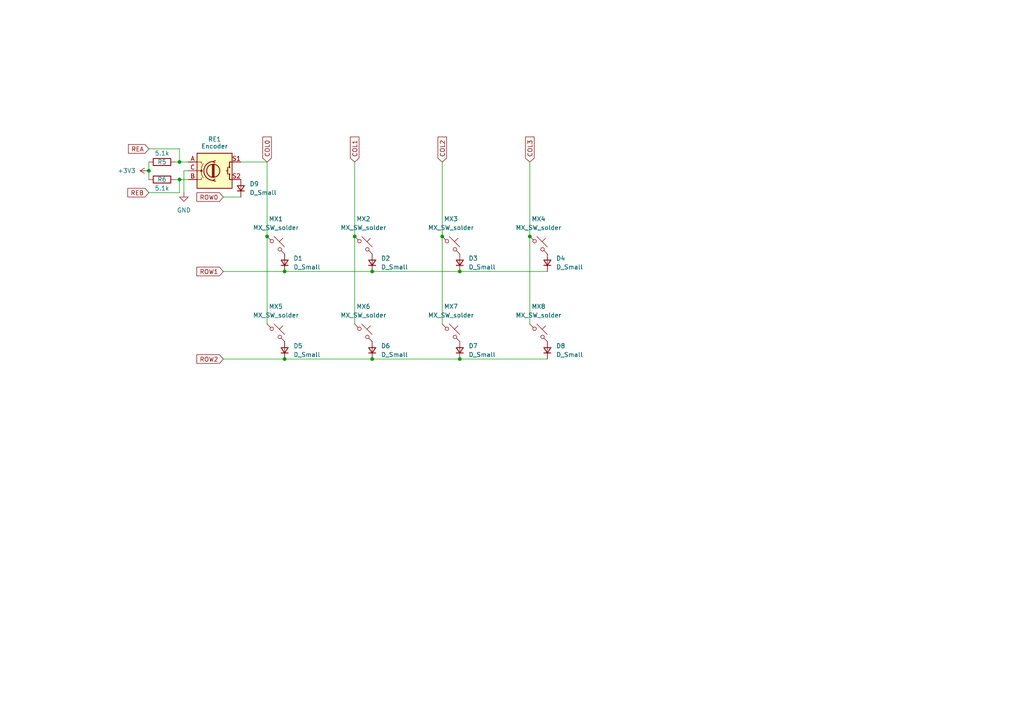
<source format=kicad_sch>
(kicad_sch (version 20231120) (generator "eeschema") (generator_version "8.0")
  (paper "A4")
  (lib_symbols
    (symbol "Device:D_Small" (pin_numbers hide) (pin_names (offset 0.254) hide)
      (property "Reference" "D" (at -1.27 2.032 0))
      (property "Value" "D_Small" (at -3.81 -2.032 0))
      (symbol "D_Small_0_1"
        (polyline (pts (xy -0.762 -1.016) (xy -0.762 1.016)) (stroke (width 0.254)))
        (polyline (pts (xy -0.762 0) (xy 0.762 0)))
        (polyline (pts (xy 0.762 -1.016) (xy -0.762 0) (xy 0.762 1.016) (xy 0.762 -1.016)) (stroke (width 0.254)))
      )
      (symbol "D_Small_1_1"
        (pin passive line (at -2.54 0 0) (length 1.778) (name "K") (number "1"))
        (pin passive line (at 2.54 0 180) (length 1.778) (name "A") (number "2"))
      )
    )
    (symbol "Device:R" (pin_numbers hide) (pin_names (offset 0))
      (property "Reference" "R" (at 2.032 0 90))
      (property "Value" "R" (at 0 0 90))
      (symbol "R_0_1"
        (rectangle (start -1.016 -2.54) (end 1.016 2.54) (stroke (width 0.254)))
      )
      (symbol "R_1_1"
        (pin passive line (at 0 3.81 270) (length 1.27) (name "~") (number "1"))
        (pin passive line (at 0 -3.81 90) (length 1.27) (name "~") (number "2"))
      )
    )
    (symbol "Device:RotaryEncoder_Switch" (pin_names (offset 0.254) hide)
      (property "Reference" "SW" (at 0 6.604 0))
      (property "Value" "RotaryEncoder_Switch" (at 0 -6.604 0))
      (symbol "RotaryEncoder_Switch_0_1"
        (rectangle (start -5.08 5.08) (end 5.08 -5.08) (stroke (width 0.254)) (fill (type background)))
        (circle (center -3.81 0) (radius 0.254) (fill (type outline)))
        (circle (center -0.381 0) (radius 1.905) (stroke (width 0.254)))
        (arc (start -0.381 2.667) (mid -3.0988 -0.0635) (end -0.381 -2.794) (stroke (width 0.254)))
        (polyline (pts (xy -0.635 -1.778) (xy -0.635 1.778)) (stroke (width 0.254)))
        (polyline (pts (xy -0.381 -1.778) (xy -0.381 1.778)) (stroke (width 0.254)))
        (polyline (pts (xy -0.127 1.778) (xy -0.127 -1.778)) (stroke (width 0.254)))
        (polyline (pts (xy 3.81 0) (xy 3.429 0)) (stroke (width 0.254)))
        (polyline (pts (xy 3.81 1.016) (xy 3.81 -1.016)) (stroke (width 0.254)))
        (polyline (pts (xy -5.08 -2.54) (xy -3.81 -2.54) (xy -3.81 -2.032)))
        (polyline (pts (xy -5.08 2.54) (xy -3.81 2.54) (xy -3.81 2.032)))
        (polyline (pts (xy 0.254 -3.048) (xy -0.508 -2.794) (xy 0.127 -2.413)) (stroke (width 0.254)))
        (polyline (pts (xy 0.254 2.921) (xy -0.508 2.667) (xy 0.127 2.286)) (stroke (width 0.254)))
        (polyline (pts (xy 5.08 -2.54) (xy 4.318 -2.54) (xy 4.318 -1.016)) (stroke (width 0.254)))
        (polyline (pts (xy 5.08 2.54) (xy 4.318 2.54) (xy 4.318 1.016)) (stroke (width 0.254)))
        (polyline (pts (xy -5.08 0) (xy -3.81 0) (xy -3.81 -1.016) (xy -3.302 -2.032)))
        (polyline (pts (xy -4.318 0) (xy -3.81 0) (xy -3.81 1.016) (xy -3.302 2.032)))
        (circle (center 4.318 -1.016) (radius 0.127) (stroke (width 0.254)))
        (circle (center 4.318 1.016) (radius 0.127) (stroke (width 0.254)))
      )
      (symbol "RotaryEncoder_Switch_1_1"
        (pin passive line (at -7.62 2.54 0) (length 2.54) (name "A") (number "A"))
        (pin passive line (at -7.62 -2.54 0) (length 2.54) (name "B") (number "B"))
        (pin passive line (at -7.62 0 0) (length 2.54) (name "C") (number "C"))
        (pin passive line (at 7.62 2.54 180) (length 2.54) (name "S1") (number "S1"))
        (pin passive line (at 7.62 -2.54 180) (length 2.54) (name "S2") (number "S2"))
      )
    )
    (symbol "PCM_marbastlib-mx:MX_SW_solder" (pin_numbers hide) (pin_names (offset 1.016) hide)
      (property "Reference" "MX" (at 3.048 1.016 0))
      (property "Value" "MX_SW_solder" (at 0 -3.81 0))
      (symbol "MX_SW_solder_0_1"
        (circle (center -1.1684 1.1684) (radius 0.508))
        (polyline (pts (xy -0.508 2.54) (xy 2.54 -0.508)))
        (polyline (pts (xy 1.016 1.016) (xy 2.032 2.032)))
        (polyline (pts (xy -2.54 2.54) (xy -1.524 1.524) (xy -1.524 1.524)))
        (polyline (pts (xy 1.524 -1.524) (xy 2.54 -2.54) (xy 2.54 -2.54) (xy 2.54 -2.54)))
        (circle (center 1.143 -1.1938) (radius 0.508))
        (pin passive line (at -2.54 2.54 0) (length 0) (name "1") (number "1"))
        (pin passive line (at 2.54 -2.54 180) (length 0) (name "2") (number "2"))
      )
    )
    (symbol "power:+3V3" (power) (pin_numbers hide) (pin_names (offset 0) hide)
      (property "Value" "+3V3" (at 0 3.556 0))
      (symbol "+3V3_0_1"
        (polyline (pts (xy -0.762 1.27) (xy 0 2.54)))
        (polyline (pts (xy 0 0) (xy 0 2.54)))
        (polyline (pts (xy 0 2.54) (xy 0.762 1.27)))
      )
      (symbol "+3V3_1_1"
        (pin power_in line (at 0 0 90) (length 0) (name "~") (number "1"))
      )
    )
    (symbol "power:GND" (power) (pin_numbers hide) (pin_names (offset 0) hide)
      (property "Value" "GND" (at 0 -3.81 0))
      (symbol "GND_0_1"
        (polyline (pts (xy 0 0) (xy 0 -1.27) (xy 1.27 -1.27) (xy 0 -2.54) (xy -1.27 -1.27) (xy 0 -1.27)))
      )
      (symbol "GND_1_1"
        (pin power_in line (at 0 0 270) (length 0) (name "~") (number "1"))
      )
    )
  )
  (junction (at 107.95 78.74))
  (junction (at 128.27 68.58))
  (junction (at 82.55 78.74))
  (junction (at 52.07 52.07))
  (junction (at 107.95 104.14))
  (junction (at 77.47 68.58))
  (junction (at 153.67 68.58))
  (junction (at 82.55 104.14))
  (junction (at 102.87 68.58))
  (junction (at 43.18 49.53))
  (junction (at 133.35 78.74))
  (junction (at 52.07 46.99))
  (junction (at 133.35 104.14))
  (wire (pts (xy 64.77 104.14) (xy 82.55 104.14)))
  (wire (pts (xy 133.35 104.14) (xy 158.75 104.14)))
  (wire (pts (xy 128.27 46.99) (xy 128.27 68.58)))
  (wire (pts (xy 128.27 68.58) (xy 128.27 93.98)))
  (wire (pts (xy 43.18 43.18) (xy 52.07 43.18)))
  (wire (pts (xy 82.55 104.14) (xy 107.95 104.14)))
  (wire (pts (xy 64.77 78.74) (xy 82.55 78.74)))
  (wire (pts (xy 54.61 49.53) (xy 53.34 49.53)))
  (wire (pts (xy 133.35 78.74) (xy 158.75 78.74)))
  (wire (pts (xy 50.8 52.07) (xy 52.07 52.07)))
  (wire (pts (xy 77.47 68.58) (xy 77.47 93.98)))
  (wire (pts (xy 43.18 49.53) (xy 43.18 52.07)))
  (wire (pts (xy 52.07 52.07) (xy 54.61 52.07)))
  (wire (pts (xy 69.85 46.99) (xy 77.47 46.99)))
  (wire (pts (xy 52.07 46.99) (xy 54.61 46.99)))
  (wire (pts (xy 64.77 57.15) (xy 69.85 57.15)))
  (wire (pts (xy 43.18 46.99) (xy 43.18 49.53)))
  (wire (pts (xy 52.07 55.88) (xy 52.07 52.07)))
  (wire (pts (xy 82.55 78.74) (xy 107.95 78.74)))
  (wire (pts (xy 50.8 46.99) (xy 52.07 46.99)))
  (wire (pts (xy 107.95 78.74) (xy 133.35 78.74)))
  (wire (pts (xy 52.07 43.18) (xy 52.07 46.99)))
  (wire (pts (xy 43.18 55.88) (xy 52.07 55.88)))
  (wire (pts (xy 107.95 104.14) (xy 133.35 104.14)))
  (wire (pts (xy 153.67 46.99) (xy 153.67 68.58)))
  (wire (pts (xy 102.87 68.58) (xy 102.87 93.98)))
  (wire (pts (xy 153.67 68.58) (xy 153.67 93.98)))
  (wire (pts (xy 77.47 46.99) (xy 77.47 68.58)))
  (wire (pts (xy 102.87 46.99) (xy 102.87 68.58)))
  (wire (pts (xy 53.34 49.53) (xy 53.34 55.88)))
  (global_label "COL0" (shape input) (at 77.47 46.99 90) (property "Intersheetrefs" "${INTERSHEET_REFS}" (effects (hide yes))))
  (global_label "REB" (shape input) (at 43.18 55.88 180) (property "Intersheetrefs" "${INTERSHEET_REFS}" (effects (hide yes))))
  (global_label "COL3" (shape input) (at 153.67 46.99 90) (property "Intersheetrefs" "${INTERSHEET_REFS}" (effects (hide yes))))
  (global_label "ROW2" (shape input) (at 64.77 104.14 180) (property "Intersheetrefs" "${INTERSHEET_REFS}" (effects (hide yes))))
  (global_label "REA" (shape input) (at 43.18 43.18 180) (property "Intersheetrefs" "${INTERSHEET_REFS}" (effects (hide yes))))
  (global_label "ROW1" (shape input) (at 64.77 78.74 180) (property "Intersheetrefs" "${INTERSHEET_REFS}" (effects (hide yes))))
  (global_label "COL1" (shape input) (at 102.87 46.99 90) (property "Intersheetrefs" "${INTERSHEET_REFS}" (effects (hide yes))))
  (global_label "COL2" (shape input) (at 128.27 46.99 90) (property "Intersheetrefs" "${INTERSHEET_REFS}" (effects (hide yes))))
  (global_label "ROW0" (shape input) (at 64.77 57.15 180) (property "Intersheetrefs" "${INTERSHEET_REFS}" (effects (hide yes))))
  (symbol (lib_id "Device:D_Small") (at 69.85 54.61 90) (unit 1)
    (property "Reference" "D9" (at 72.39 53.3399 90) (effects (justify right)))
    (property "Value" "D_Small" (at 72.39 55.8799 90) (effects (justify right)))
    (property "Footprint" "Diode_SMD:D_SOD-123" (effects (hide yes)))
    (property "Description" "Diode, small symbol" (effects (hide yes)))
    (property "Sim.Device" "D" (effects (hide yes)))
    (property "Sim.Pins" "1=K 2=A" (effects (hide yes)))
    (property "LCSC Part #" "C81598" (effects (hide yes)))
  )
  (symbol (lib_id "PCM_marbastlib-mx:MX_SW_solder") (at 130.81 71.12 0) (unit 1)
    (property "Reference" "MX3" (at 130.81 63.5 0))
    (property "Value" "MX_SW_solder" (at 130.81 66.04 0))
    (property "Footprint" "PCM_marbastlib-mx:SW_MX_1u" (effects (hide yes)))
    (property "Description" "Push button switch, normally open, two pins, 45° tilted" (effects (hide yes)))
  )
  (symbol (lib_id "PCM_marbastlib-mx:MX_SW_solder") (at 156.21 71.12 0) (unit 1)
    (property "Reference" "MX4" (at 156.21 63.5 0))
    (property "Value" "MX_SW_solder" (at 156.21 66.04 0))
    (property "Footprint" "PCM_marbastlib-mx:SW_MX_1u" (effects (hide yes)))
    (property "Description" "Push button switch, normally open, two pins, 45° tilted" (effects (hide yes)))
  )
  (symbol (lib_id "PCM_marbastlib-mx:MX_SW_solder") (at 80.01 71.12 0) (unit 1)
    (property "Reference" "MX1" (at 80.01 63.5 0))
    (property "Value" "MX_SW_solder" (at 80.01 66.04 0))
    (property "Footprint" "PCM_marbastlib-mx:SW_MX_1u" (effects (hide yes)))
    (property "Description" "Push button switch, normally open, two pins, 45° tilted" (effects (hide yes)))
  )
  (symbol (lib_id "power:GND") (at 53.34 55.88 0) (unit 1)
    (property "Reference" "#PWR016" (effects (hide yes)))
    (property "Value" "GND" (at 53.34 60.96 0))
    (property "Description" "Power symbol creates a global label with name \"GND\" , ground" (effects (hide yes)))
  )
  (symbol (lib_id "Device:D_Small") (at 158.75 76.2 90) (unit 1)
    (property "Reference" "D4" (at 161.29 74.9299 90) (effects (justify right)))
    (property "Value" "D_Small" (at 161.29 77.4699 90) (effects (justify right)))
    (property "Footprint" "Diode_SMD:D_SOD-123" (effects (hide yes)))
    (property "Description" "Diode, small symbol" (effects (hide yes)))
    (property "Sim.Device" "D" (effects (hide yes)))
    (property "Sim.Pins" "1=K 2=A" (effects (hide yes)))
    (property "LCSC Part #" "C81598" (effects (hide yes)))
  )
  (symbol (lib_id "PCM_marbastlib-mx:MX_SW_solder") (at 130.81 96.52 0) (unit 1)
    (property "Reference" "MX7" (at 130.81 88.9 0))
    (property "Value" "MX_SW_solder" (at 130.81 91.44 0))
    (property "Footprint" "PCM_marbastlib-mx:SW_MX_1u" (effects (hide yes)))
    (property "Description" "Push button switch, normally open, two pins, 45° tilted" (effects (hide yes)))
  )
  (symbol (lib_id "Device:RotaryEncoder_Switch") (at 62.23 49.53 0) (unit 1)
    (property "Reference" "RE1" (at 62.23 40.386 0))
    (property "Value" "Encoder" (at 62.23 42.418 0))
    (property "Footprint" "Rotary_Encoder:RotaryEncoder_Alps_EC11E-Switch_Vertical_H20mm" (effects (hide yes)))
    (property "Description" "Rotary encoder, dual channel, incremental quadrate outputs, with switch" (effects (hide yes)))
  )
  (symbol (lib_id "power:+3V3") (at 43.18 49.53 90) (unit 1)
    (property "Reference" "#PWR017" (effects (hide yes)))
    (property "Value" "+3V3" (at 39.37 49.5299 90) (effects (justify left)))
    (property "Description" "Power symbol creates a global label with name \"+3V3\"" (effects (hide yes)))
  )
  (symbol (lib_id "Device:D_Small") (at 133.35 76.2 90) (unit 1)
    (property "Reference" "D3" (at 135.89 74.9299 90) (effects (justify right)))
    (property "Value" "D_Small" (at 135.89 77.4699 90) (effects (justify right)))
    (property "Footprint" "Diode_SMD:D_SOD-123" (effects (hide yes)))
    (property "Description" "Diode, small symbol" (effects (hide yes)))
    (property "Sim.Device" "D" (effects (hide yes)))
    (property "Sim.Pins" "1=K 2=A" (effects (hide yes)))
    (property "LCSC Part #" "C81598" (effects (hide yes)))
  )
  (symbol (lib_id "Device:R") (at 46.99 52.07 90) (unit 1)
    (property "Reference" "R6" (at 46.99 52.07 90))
    (property "Value" "5.1k" (at 46.99 54.61 90))
    (property "Footprint" "Resistor_SMD:R_0402_1005Metric" (effects (hide yes)))
    (property "LCSC Part #" "C105872" (effects (hide yes)))
  )
  (symbol (lib_id "Device:D_Small") (at 133.35 101.6 90) (unit 1)
    (property "Reference" "D7" (at 135.89 100.3299 90) (effects (justify right)))
    (property "Value" "D_Small" (at 135.89 102.8699 90) (effects (justify right)))
    (property "Footprint" "Diode_SMD:D_SOD-123" (effects (hide yes)))
    (property "Description" "Diode, small symbol" (effects (hide yes)))
    (property "Sim.Device" "D" (effects (hide yes)))
    (property "Sim.Pins" "1=K 2=A" (effects (hide yes)))
    (property "LCSC Part #" "C81598" (effects (hide yes)))
  )
  (symbol (lib_id "Device:D_Small") (at 82.55 76.2 90) (unit 1)
    (property "Reference" "D1" (at 85.09 74.9299 90) (effects (justify right)))
    (property "Value" "D_Small" (at 85.09 77.4699 90) (effects (justify right)))
    (property "Footprint" "Diode_SMD:D_SOD-123" (effects (hide yes)))
    (property "Description" "Diode, small symbol" (effects (hide yes)))
    (property "Sim.Device" "D" (effects (hide yes)))
    (property "Sim.Pins" "1=K 2=A" (effects (hide yes)))
    (property "LCSC Part #" "C81598" (effects (hide yes)))
  )
  (symbol (lib_id "Device:D_Small") (at 158.75 101.6 90) (unit 1)
    (property "Reference" "D8" (at 161.29 100.3299 90) (effects (justify right)))
    (property "Value" "D_Small" (at 161.29 102.8699 90) (effects (justify right)))
    (property "Footprint" "Diode_SMD:D_SOD-123" (effects (hide yes)))
    (property "Description" "Diode, small symbol" (effects (hide yes)))
    (property "Sim.Device" "D" (effects (hide yes)))
    (property "Sim.Pins" "1=K 2=A" (effects (hide yes)))
    (property "LCSC Part #" "C81598" (effects (hide yes)))
  )
  (symbol (lib_id "PCM_marbastlib-mx:MX_SW_solder") (at 105.41 71.12 0) (unit 1)
    (property "Reference" "MX2" (at 105.41 63.5 0))
    (property "Value" "MX_SW_solder" (at 105.41 66.04 0))
    (property "Footprint" "PCM_marbastlib-mx:SW_MX_1u" (effects (hide yes)))
    (property "Description" "Push button switch, normally open, two pins, 45° tilted" (effects (hide yes)))
  )
  (symbol (lib_id "Device:D_Small") (at 107.95 76.2 90) (unit 1)
    (property "Reference" "D2" (at 110.49 74.9299 90) (effects (justify right)))
    (property "Value" "D_Small" (at 110.49 77.4699 90) (effects (justify right)))
    (property "Footprint" "Diode_SMD:D_SOD-123" (effects (hide yes)))
    (property "Description" "Diode, small symbol" (effects (hide yes)))
    (property "Sim.Device" "D" (effects (hide yes)))
    (property "Sim.Pins" "1=K 2=A" (effects (hide yes)))
    (property "LCSC Part #" "C81598" (effects (hide yes)))
  )
  (symbol (lib_id "PCM_marbastlib-mx:MX_SW_solder") (at 105.41 96.52 0) (unit 1)
    (property "Reference" "MX6" (at 105.41 88.9 0))
    (property "Value" "MX_SW_solder" (at 105.41 91.44 0))
    (property "Footprint" "PCM_marbastlib-mx:SW_MX_1u" (effects (hide yes)))
    (property "Description" "Push button switch, normally open, two pins, 45° tilted" (effects (hide yes)))
  )
  (symbol (lib_id "Device:D_Small") (at 82.55 101.6 90) (unit 1)
    (property "Reference" "D5" (at 85.09 100.3299 90) (effects (justify right)))
    (property "Value" "D_Small" (at 85.09 102.8699 90) (effects (justify right)))
    (property "Footprint" "Diode_SMD:D_SOD-123" (effects (hide yes)))
    (property "Description" "Diode, small symbol" (effects (hide yes)))
    (property "Sim.Device" "D" (effects (hide yes)))
    (property "Sim.Pins" "1=K 2=A" (effects (hide yes)))
    (property "LCSC Part #" "C81598" (effects (hide yes)))
  )
  (symbol (lib_id "PCM_marbastlib-mx:MX_SW_solder") (at 156.21 96.52 0) (unit 1)
    (property "Reference" "MX8" (at 156.21 88.9 0))
    (property "Value" "MX_SW_solder" (at 156.21 91.44 0))
    (property "Footprint" "PCM_marbastlib-mx:SW_MX_1u" (effects (hide yes)))
    (property "Description" "Push button switch, normally open, two pins, 45° tilted" (effects (hide yes)))
  )
  (symbol (lib_id "Device:D_Small") (at 107.95 101.6 90) (unit 1)
    (property "Reference" "D6" (at 110.49 100.3299 90) (effects (justify right)))
    (property "Value" "D_Small" (at 110.49 102.8699 90) (effects (justify right)))
    (property "Footprint" "Diode_SMD:D_SOD-123" (effects (hide yes)))
    (property "Description" "Diode, small symbol" (effects (hide yes)))
    (property "Sim.Device" "D" (effects (hide yes)))
    (property "Sim.Pins" "1=K 2=A" (effects (hide yes)))
    (property "LCSC Part #" "C81598" (effects (hide yes)))
  )
  (symbol (lib_id "PCM_marbastlib-mx:MX_SW_solder") (at 80.01 96.52 0) (unit 1)
    (property "Reference" "MX5" (at 80.01 88.9 0))
    (property "Value" "MX_SW_solder" (at 80.01 91.44 0))
    (property "Footprint" "PCM_marbastlib-mx:SW_MX_1u" (effects (hide yes)))
    (property "Description" "Push button switch, normally open, two pins, 45° tilted" (effects (hide yes)))
  )
  (symbol (lib_id "Device:R") (at 46.99 46.99 270) (unit 1)
    (property "Reference" "R5" (at 46.99 46.99 90))
    (property "Value" "5.1k" (at 46.99 44.45 90))
    (property "Footprint" "Resistor_SMD:R_0402_1005Metric" (effects (hide yes)))
    (property "LCSC Part #" "C105872" (effects (hide yes)))
  )
)
</source>
